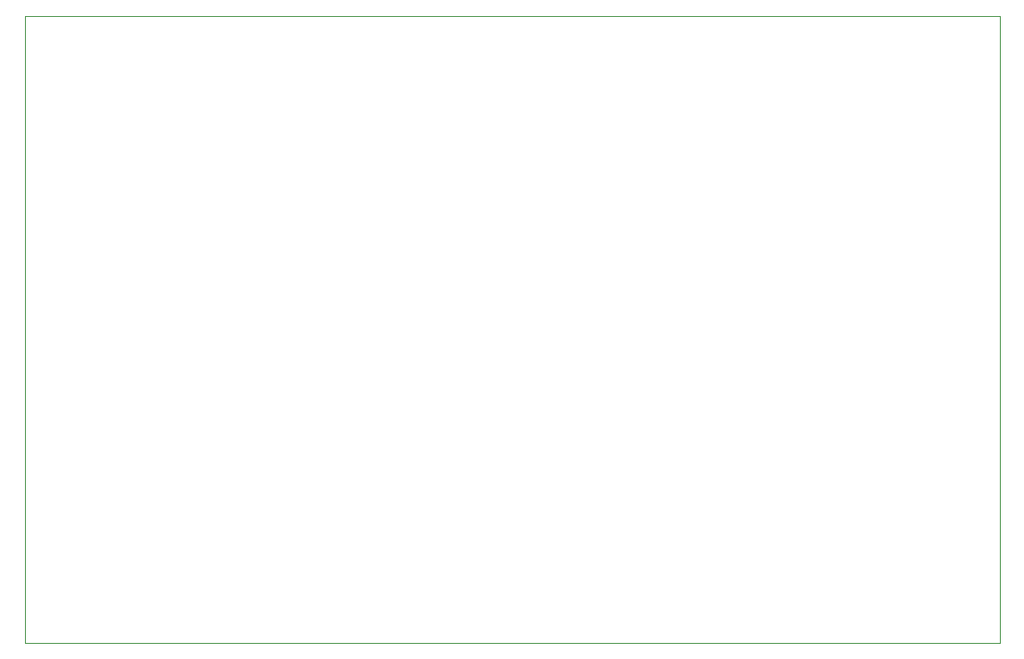
<source format=gbr>
%TF.GenerationSoftware,KiCad,Pcbnew,(5.1.9)-1*%
%TF.CreationDate,2021-02-26T10:07:18-07:00*%
%TF.ProjectId,CapstoneBoard,43617073-746f-46e6-9542-6f6172642e6b,3*%
%TF.SameCoordinates,PX4c4b400PY6bc3e40*%
%TF.FileFunction,Profile,NP*%
%FSLAX46Y46*%
G04 Gerber Fmt 4.6, Leading zero omitted, Abs format (unit mm)*
G04 Created by KiCad (PCBNEW (5.1.9)-1) date 2021-02-26 10:07:18*
%MOMM*%
%LPD*%
G01*
G04 APERTURE LIST*
%TA.AperFunction,Profile*%
%ADD10C,0.050000*%
%TD*%
G04 APERTURE END LIST*
D10*
X92456000Y59563000D02*
X0Y59563000D01*
X92456000Y59563000D02*
X92456000Y0D01*
X0Y59563000D02*
X0Y0D01*
X0Y0D02*
X92456000Y0D01*
M02*

</source>
